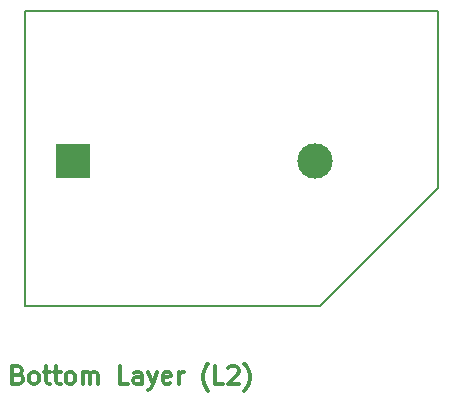
<source format=gbr>
%TF.GenerationSoftware,KiCad,Pcbnew,(5.1.9)-1*%
%TF.CreationDate,2024-06-03T11:22:04+08:00*%
%TF.ProjectId,task1,7461736b-312e-46b6-9963-61645f706362,rev?*%
%TF.SameCoordinates,Original*%
%TF.FileFunction,Copper,L2,Bot*%
%TF.FilePolarity,Positive*%
%FSLAX46Y46*%
G04 Gerber Fmt 4.6, Leading zero omitted, Abs format (unit mm)*
G04 Created by KiCad (PCBNEW (5.1.9)-1) date 2024-06-03 11:22:04*
%MOMM*%
%LPD*%
G01*
G04 APERTURE LIST*
%TA.AperFunction,NonConductor*%
%ADD10C,0.300000*%
%TD*%
%TA.AperFunction,Profile*%
%ADD11C,0.200000*%
%TD*%
%TA.AperFunction,ComponentPad*%
%ADD12C,3.000000*%
%TD*%
%TA.AperFunction,ComponentPad*%
%ADD13R,3.000000X3.000000*%
%TD*%
G04 APERTURE END LIST*
D10*
X125264285Y-117892857D02*
X125478571Y-117964285D01*
X125550000Y-118035714D01*
X125621428Y-118178571D01*
X125621428Y-118392857D01*
X125550000Y-118535714D01*
X125478571Y-118607142D01*
X125335714Y-118678571D01*
X124764285Y-118678571D01*
X124764285Y-117178571D01*
X125264285Y-117178571D01*
X125407142Y-117250000D01*
X125478571Y-117321428D01*
X125550000Y-117464285D01*
X125550000Y-117607142D01*
X125478571Y-117750000D01*
X125407142Y-117821428D01*
X125264285Y-117892857D01*
X124764285Y-117892857D01*
X126478571Y-118678571D02*
X126335714Y-118607142D01*
X126264285Y-118535714D01*
X126192857Y-118392857D01*
X126192857Y-117964285D01*
X126264285Y-117821428D01*
X126335714Y-117750000D01*
X126478571Y-117678571D01*
X126692857Y-117678571D01*
X126835714Y-117750000D01*
X126907142Y-117821428D01*
X126978571Y-117964285D01*
X126978571Y-118392857D01*
X126907142Y-118535714D01*
X126835714Y-118607142D01*
X126692857Y-118678571D01*
X126478571Y-118678571D01*
X127407142Y-117678571D02*
X127978571Y-117678571D01*
X127621428Y-117178571D02*
X127621428Y-118464285D01*
X127692857Y-118607142D01*
X127835714Y-118678571D01*
X127978571Y-118678571D01*
X128264285Y-117678571D02*
X128835714Y-117678571D01*
X128478571Y-117178571D02*
X128478571Y-118464285D01*
X128550000Y-118607142D01*
X128692857Y-118678571D01*
X128835714Y-118678571D01*
X129550000Y-118678571D02*
X129407142Y-118607142D01*
X129335714Y-118535714D01*
X129264285Y-118392857D01*
X129264285Y-117964285D01*
X129335714Y-117821428D01*
X129407142Y-117750000D01*
X129550000Y-117678571D01*
X129764285Y-117678571D01*
X129907142Y-117750000D01*
X129978571Y-117821428D01*
X130050000Y-117964285D01*
X130050000Y-118392857D01*
X129978571Y-118535714D01*
X129907142Y-118607142D01*
X129764285Y-118678571D01*
X129550000Y-118678571D01*
X130692857Y-118678571D02*
X130692857Y-117678571D01*
X130692857Y-117821428D02*
X130764285Y-117750000D01*
X130907142Y-117678571D01*
X131121428Y-117678571D01*
X131264285Y-117750000D01*
X131335714Y-117892857D01*
X131335714Y-118678571D01*
X131335714Y-117892857D02*
X131407142Y-117750000D01*
X131550000Y-117678571D01*
X131764285Y-117678571D01*
X131907142Y-117750000D01*
X131978571Y-117892857D01*
X131978571Y-118678571D01*
X134550000Y-118678571D02*
X133835714Y-118678571D01*
X133835714Y-117178571D01*
X135692857Y-118678571D02*
X135692857Y-117892857D01*
X135621428Y-117750000D01*
X135478571Y-117678571D01*
X135192857Y-117678571D01*
X135050000Y-117750000D01*
X135692857Y-118607142D02*
X135550000Y-118678571D01*
X135192857Y-118678571D01*
X135050000Y-118607142D01*
X134978571Y-118464285D01*
X134978571Y-118321428D01*
X135050000Y-118178571D01*
X135192857Y-118107142D01*
X135550000Y-118107142D01*
X135692857Y-118035714D01*
X136264285Y-117678571D02*
X136621428Y-118678571D01*
X136978571Y-117678571D02*
X136621428Y-118678571D01*
X136478571Y-119035714D01*
X136407142Y-119107142D01*
X136264285Y-119178571D01*
X138121428Y-118607142D02*
X137978571Y-118678571D01*
X137692857Y-118678571D01*
X137550000Y-118607142D01*
X137478571Y-118464285D01*
X137478571Y-117892857D01*
X137550000Y-117750000D01*
X137692857Y-117678571D01*
X137978571Y-117678571D01*
X138121428Y-117750000D01*
X138192857Y-117892857D01*
X138192857Y-118035714D01*
X137478571Y-118178571D01*
X138835714Y-118678571D02*
X138835714Y-117678571D01*
X138835714Y-117964285D02*
X138907142Y-117821428D01*
X138978571Y-117750000D01*
X139121428Y-117678571D01*
X139264285Y-117678571D01*
X141335714Y-119250000D02*
X141264285Y-119178571D01*
X141121428Y-118964285D01*
X141050000Y-118821428D01*
X140978571Y-118607142D01*
X140907142Y-118250000D01*
X140907142Y-117964285D01*
X140978571Y-117607142D01*
X141050000Y-117392857D01*
X141121428Y-117250000D01*
X141264285Y-117035714D01*
X141335714Y-116964285D01*
X142621428Y-118678571D02*
X141907142Y-118678571D01*
X141907142Y-117178571D01*
X143050000Y-117321428D02*
X143121428Y-117250000D01*
X143264285Y-117178571D01*
X143621428Y-117178571D01*
X143764285Y-117250000D01*
X143835714Y-117321428D01*
X143907142Y-117464285D01*
X143907142Y-117607142D01*
X143835714Y-117821428D01*
X142978571Y-118678571D01*
X143907142Y-118678571D01*
X144407142Y-119250000D02*
X144478571Y-119178571D01*
X144621428Y-118964285D01*
X144692857Y-118821428D01*
X144764285Y-118607142D01*
X144835714Y-118250000D01*
X144835714Y-117964285D01*
X144764285Y-117607142D01*
X144692857Y-117392857D01*
X144621428Y-117250000D01*
X144478571Y-117035714D01*
X144407142Y-116964285D01*
D11*
X160787600Y-102085200D02*
X150787600Y-112085200D01*
X160787600Y-87085200D02*
X160787600Y-102085200D01*
X125787600Y-112085200D02*
X150787600Y-112085200D01*
X125787600Y-87085200D02*
X125787600Y-112085200D01*
X125787600Y-87085200D02*
X160787600Y-87085200D01*
D12*
%TO.P,BT1,2*%
%TO.N,Net-(BT1-Pad2)*%
X150390000Y-99800000D03*
D13*
%TO.P,BT1,1*%
%TO.N,Net-(BT1-Pad1)*%
X129900000Y-99800000D03*
%TD*%
M02*

</source>
